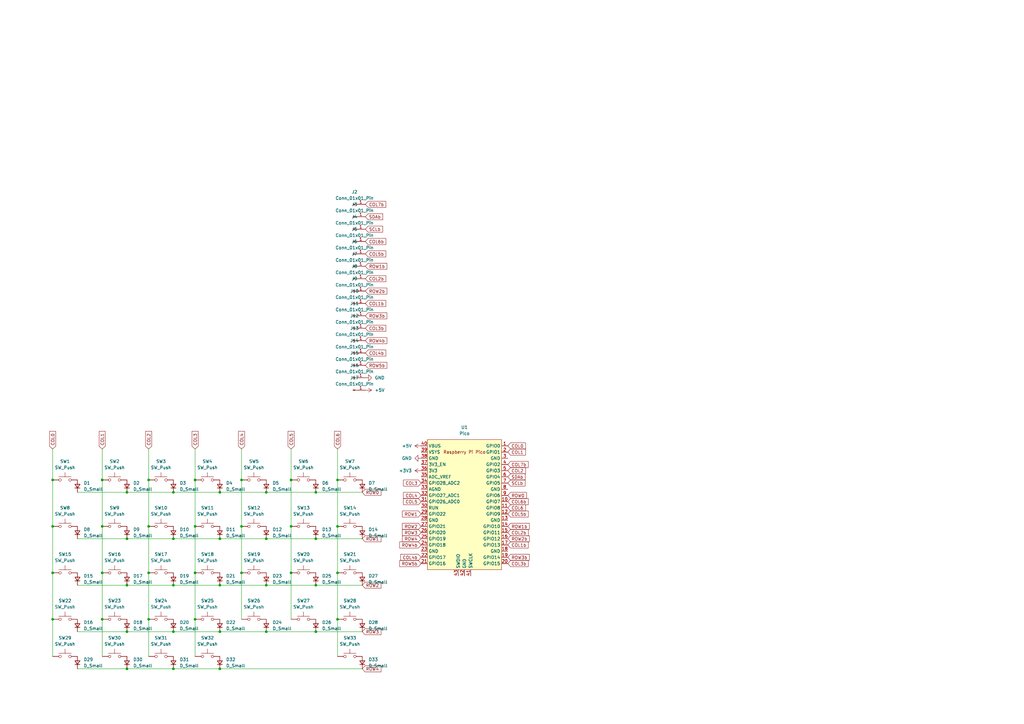
<source format=kicad_sch>
(kicad_sch (version 20250114) (generator "eeschema") (generator_version "9.0")
  (paper "A3")
  (lib_symbols
    (symbol "Connector:Conn_01x01_Pin" (pin_names (offset 1.016) (hide yes))
      (property "Reference" "J" (at 0 2.54 0))
      (property "Value" "Conn_01x01_Pin" (at 0 -2.54 0))
      (symbol "Conn_01x01_Pin_1_1"
        (rectangle (start 0.8636 0.127) (end 0 -0.127) (stroke (width 0.1524)) (fill (type outline)))
        (polyline (pts (xy 1.27 0) (xy 0.8636 0)) (stroke (width 0.1524)))
        (pin passive line (at 5.08 0 180) (length 3.81) (name "Pin_1") (number "1"))
      )
    )
    (symbol "Device:D_Small" (pin_numbers (hide yes)) (pin_names (offset 0.254) (hide yes))
      (property "Reference" "D" (at -1.27 2.032 0))
      (property "Value" "D_Small" (at -3.81 -2.032 0))
      (symbol "D_Small_0_1"
        (polyline (pts (xy -0.762 0) (xy 0.762 0)))
        (polyline (pts (xy -0.762 -1.016) (xy -0.762 1.016)) (stroke (width 0.254)))
        (polyline (pts (xy 0.762 -1.016) (xy -0.762 0) (xy 0.762 1.016) (xy 0.762 -1.016)) (stroke (width 0.254)))
      )
      (symbol "D_Small_1_1"
        (pin passive line (at -2.54 0 0) (length 1.778) (name "K") (number "1"))
        (pin passive line (at 2.54 0 180) (length 1.778) (name "A") (number "2"))
      )
    )
    (symbol "MCU_RaspberryPi_and_Boards:Pico"
      (property "Reference" "U" (at -13.97 27.94 0))
      (property "Value" "Pico" (at 0 19.05 0))
      (symbol "Pico_0_0"
        (text "Raspberry Pi Pico" (at 0 21.59 0) (effects (font (size 1.27 1.27))))
      )
      (symbol "Pico_0_1"
        (rectangle (start -15.24 26.67) (end 15.24 -26.67) (fill (type background)))
      )
      (symbol "Pico_1_1"
        (pin bidirectional line (at -17.78 24.13 0) (length 2.54) (name "GPIO0") (number "1"))
        (pin bidirectional line (at -17.78 21.59 0) (length 2.54) (name "GPIO1") (number "2"))
        (pin power_in line (at -17.78 19.05 0) (length 2.54) (name "GND") (number "3"))
        (pin bidirectional line (at -17.78 16.51 0) (length 2.54) (name "GPIO2") (number "4"))
        (pin bidirectional line (at -17.78 13.97 0) (length 2.54) (name "GPIO3") (number "5"))
        (pin bidirectional line (at -17.78 11.43 0) (length 2.54) (name "GPIO4") (number "6"))
        (pin bidirectional line (at -17.78 8.89 0) (length 2.54) (name "GPIO5") (number "7"))
        (pin power_in line (at -17.78 6.35 0) (length 2.54) (name "GND") (number "8"))
        (pin bidirectional line (at -17.78 3.81 0) (length 2.54) (name "GPIO6") (number "9"))
        (pin bidirectional line (at -17.78 1.27 0) (length 2.54) (name "GPIO7") (number "10"))
        (pin bidirectional line (at -17.78 -1.27 0) (length 2.54) (name "GPIO8") (number "11"))
        (pin bidirectional line (at -17.78 -3.81 0) (length 2.54) (name "GPIO9") (number "12"))
        (pin power_in line (at -17.78 -6.35 0) (length 2.54) (name "GND") (number "13"))
        (pin bidirectional line (at -17.78 -8.89 0) (length 2.54) (name "GPIO10") (number "14"))
        (pin bidirectional line (at -17.78 -11.43 0) (length 2.54) (name "GPIO11") (number "15"))
        (pin bidirectional line (at -17.78 -13.97 0) (length 2.54) (name "GPIO12") (number "16"))
        (pin bidirectional line (at -17.78 -16.51 0) (length 2.54) (name "GPIO13") (number "17"))
        (pin power_in line (at -17.78 -19.05 0) (length 2.54) (name "GND") (number "18"))
        (pin bidirectional line (at -17.78 -21.59 0) (length 2.54) (name "GPIO14") (number "19"))
        (pin bidirectional line (at -17.78 -24.13 0) (length 2.54) (name "GPIO15") (number "20"))
        (pin input line (at -2.54 -29.21 90) (length 2.54) (name "SWCLK") (number "41"))
        (pin power_in line (at 0 -29.21 90) (length 2.54) (name "GND") (number "42"))
        (pin bidirectional line (at 2.54 -29.21 90) (length 2.54) (name "SWDIO") (number "43"))
        (pin power_in line (at 17.78 24.13 180) (length 2.54) (name "VBUS") (number "40"))
        (pin power_in line (at 17.78 21.59 180) (length 2.54) (name "VSYS") (number "39"))
        (pin bidirectional line (at 17.78 19.05 180) (length 2.54) (name "GND") (number "38"))
        (pin input line (at 17.78 16.51 180) (length 2.54) (name "3V3_EN") (number "37"))
        (pin power_in line (at 17.78 13.97 180) (length 2.54) (name "3V3") (number "36"))
        (pin power_in line (at 17.78 11.43 180) (length 2.54) (name "ADC_VREF") (number "35"))
        (pin bidirectional line (at 17.78 8.89 180) (length 2.54) (name "GPIO28_ADC2") (number "34"))
        (pin power_in line (at 17.78 6.35 180) (length 2.54) (name "AGND") (number "33"))
        (pin bidirectional line (at 17.78 3.81 180) (length 2.54) (name "GPIO27_ADC1") (number "32"))
        (pin bidirectional line (at 17.78 1.27 180) (length 2.54) (name "GPIO26_ADC0") (number "31"))
        (pin input line (at 17.78 -1.27 180) (length 2.54) (name "RUN") (number "30"))
        (pin bidirectional line (at 17.78 -3.81 180) (length 2.54) (name "GPIO22") (number "29"))
        (pin power_in line (at 17.78 -6.35 180) (length 2.54) (name "GND") (number "28"))
        (pin bidirectional line (at 17.78 -8.89 180) (length 2.54) (name "GPIO21") (number "27"))
        (pin bidirectional line (at 17.78 -11.43 180) (length 2.54) (name "GPIO20") (number "26"))
        (pin bidirectional line (at 17.78 -13.97 180) (length 2.54) (name "GPIO19") (number "25"))
        (pin bidirectional line (at 17.78 -16.51 180) (length 2.54) (name "GPIO18") (number "24"))
        (pin power_in line (at 17.78 -19.05 180) (length 2.54) (name "GND") (number "23"))
        (pin bidirectional line (at 17.78 -21.59 180) (length 2.54) (name "GPIO17") (number "22"))
        (pin bidirectional line (at 17.78 -24.13 180) (length 2.54) (name "GPIO16") (number "21"))
      )
    )
    (symbol "Switch:SW_Push" (pin_numbers (hide yes)) (pin_names (offset 1.016) (hide yes))
      (property "Reference" "SW" (at 1.27 2.54 0))
      (property "Value" "SW_Push" (at 0 -1.524 0))
      (symbol "SW_Push_0_1"
        (circle (center -2.032 0) (radius 0.508))
        (polyline (pts (xy 0 1.27) (xy 0 3.048)))
        (circle (center 2.032 0) (radius 0.508))
        (polyline (pts (xy 2.54 1.27) (xy -2.54 1.27)))
        (pin passive line (at -5.08 0 0) (length 2.54) (name "1") (number "1"))
        (pin passive line (at 5.08 0 180) (length 2.54) (name "2") (number "2"))
      )
    )
    (symbol "power:+3V3" (power) (pin_numbers (hide yes)) (pin_names (offset 0) (hide yes))
      (property "Value" "+3V3" (at 0 3.556 0))
      (symbol "+3V3_0_1"
        (polyline (pts (xy -0.762 1.27) (xy 0 2.54)))
        (polyline (pts (xy 0 2.54) (xy 0.762 1.27)))
        (polyline (pts (xy 0 0) (xy 0 2.54)))
      )
      (symbol "+3V3_1_1"
        (pin power_in line (at 0 0 90) (length 0) (name "~") (number "1"))
      )
    )
    (symbol "power:+5V" (power) (pin_numbers (hide yes)) (pin_names (offset 0) (hide yes))
      (property "Value" "+5V" (at 0 3.556 0))
      (symbol "+5V_0_1"
        (polyline (pts (xy -0.762 1.27) (xy 0 2.54)))
        (polyline (pts (xy 0 2.54) (xy 0.762 1.27)))
        (polyline (pts (xy 0 0) (xy 0 2.54)))
      )
      (symbol "+5V_1_1"
        (pin power_in line (at 0 0 90) (length 0) (name "~") (number "1"))
      )
    )
    (symbol "power:GND" (power) (pin_numbers (hide yes)) (pin_names (offset 0) (hide yes))
      (property "Value" "GND" (at 0 -3.81 0))
      (symbol "GND_0_1"
        (polyline (pts (xy 0 0) (xy 0 -1.27) (xy 1.27 -1.27) (xy 0 -2.54) (xy -1.27 -1.27) (xy 0 -1.27)))
      )
      (symbol "GND_1_1"
        (pin power_in line (at 0 0 270) (length 0) (name "~") (number "1"))
      )
    )
  )
  (junction (at 52.07 259.08))
  (junction (at 90.17 240.03))
  (junction (at 60.96 234.95))
  (junction (at 71.12 201.93))
  (junction (at 21.59 254))
  (junction (at 109.22 240.03))
  (junction (at 109.22 201.93))
  (junction (at 129.54 240.03))
  (junction (at 41.91 215.9))
  (junction (at 41.91 234.95))
  (junction (at 109.22 220.98))
  (junction (at 138.43 215.9))
  (junction (at 21.59 234.95))
  (junction (at 52.07 201.93))
  (junction (at 109.22 259.08))
  (junction (at 90.17 274.32))
  (junction (at 80.01 215.9))
  (junction (at 99.06 215.9))
  (junction (at 138.43 254))
  (junction (at 52.07 274.32))
  (junction (at 99.06 196.85))
  (junction (at 119.38 215.9))
  (junction (at 119.38 234.95))
  (junction (at 71.12 259.08))
  (junction (at 138.43 234.95))
  (junction (at 80.01 254))
  (junction (at 129.54 259.08))
  (junction (at 60.96 254))
  (junction (at 90.17 220.98))
  (junction (at 99.06 234.95))
  (junction (at 80.01 234.95))
  (junction (at 52.07 220.98))
  (junction (at 21.59 215.9))
  (junction (at 138.43 196.85))
  (junction (at 129.54 201.93))
  (junction (at 129.54 220.98))
  (junction (at 90.17 259.08))
  (junction (at 60.96 215.9))
  (junction (at 41.91 196.85))
  (junction (at 71.12 274.32))
  (junction (at 60.96 196.85))
  (junction (at 41.91 254))
  (junction (at 52.07 240.03))
  (junction (at 71.12 240.03))
  (junction (at 21.59 196.85))
  (junction (at 90.17 201.93))
  (junction (at 119.38 196.85))
  (junction (at 71.12 220.98))
  (junction (at 80.01 196.85))
  (wire (pts (xy 138.43 196.85) (xy 138.43 215.9)))
  (wire (pts (xy 80.01 184.15) (xy 80.01 196.85)))
  (wire (pts (xy 119.38 184.15) (xy 119.38 196.85)))
  (wire (pts (xy 99.06 184.15) (xy 99.06 196.85)))
  (wire (pts (xy 41.91 196.85) (xy 41.91 215.9)))
  (wire (pts (xy 109.22 259.08) (xy 129.54 259.08)))
  (wire (pts (xy 99.06 215.9) (xy 99.06 234.95)))
  (wire (pts (xy 31.75 220.98) (xy 52.07 220.98)))
  (wire (pts (xy 119.38 234.95) (xy 119.38 254)))
  (wire (pts (xy 109.22 220.98) (xy 129.54 220.98)))
  (wire (pts (xy 71.12 259.08) (xy 90.17 259.08)))
  (wire (pts (xy 90.17 259.08) (xy 109.22 259.08)))
  (wire (pts (xy 138.43 234.95) (xy 138.43 254)))
  (wire (pts (xy 41.91 215.9) (xy 41.91 234.95)))
  (wire (pts (xy 90.17 201.93) (xy 109.22 201.93)))
  (wire (pts (xy 52.07 201.93) (xy 71.12 201.93)))
  (wire (pts (xy 71.12 240.03) (xy 90.17 240.03)))
  (wire (pts (xy 109.22 240.03) (xy 129.54 240.03)))
  (wire (pts (xy 60.96 234.95) (xy 60.96 254)))
  (wire (pts (xy 138.43 215.9) (xy 138.43 234.95)))
  (wire (pts (xy 138.43 254) (xy 138.43 269.24)))
  (wire (pts (xy 119.38 215.9) (xy 119.38 234.95)))
  (wire (pts (xy 60.96 215.9) (xy 60.96 234.95)))
  (wire (pts (xy 21.59 184.15) (xy 21.59 196.85)))
  (wire (pts (xy 60.96 196.85) (xy 60.96 215.9)))
  (wire (pts (xy 21.59 196.85) (xy 21.59 215.9)))
  (wire (pts (xy 71.12 220.98) (xy 90.17 220.98)))
  (wire (pts (xy 90.17 220.98) (xy 109.22 220.98)))
  (wire (pts (xy 99.06 234.95) (xy 99.06 254)))
  (wire (pts (xy 80.01 254) (xy 80.01 269.24)))
  (wire (pts (xy 21.59 234.95) (xy 21.59 254)))
  (wire (pts (xy 31.75 201.93) (xy 52.07 201.93)))
  (wire (pts (xy 119.38 196.85) (xy 119.38 215.9)))
  (wire (pts (xy 109.22 201.93) (xy 129.54 201.93)))
  (wire (pts (xy 52.07 274.32) (xy 71.12 274.32)))
  (wire (pts (xy 80.01 234.95) (xy 80.01 254)))
  (wire (pts (xy 90.17 274.32) (xy 148.59 274.32)))
  (wire (pts (xy 31.75 259.08) (xy 52.07 259.08)))
  (wire (pts (xy 80.01 215.9) (xy 80.01 234.95)))
  (wire (pts (xy 21.59 254) (xy 21.59 269.24)))
  (wire (pts (xy 129.54 220.98) (xy 148.59 220.98)))
  (wire (pts (xy 129.54 259.08) (xy 148.59 259.08)))
  (wire (pts (xy 138.43 184.15) (xy 138.43 196.85)))
  (wire (pts (xy 41.91 254) (xy 41.91 269.24)))
  (wire (pts (xy 52.07 240.03) (xy 71.12 240.03)))
  (wire (pts (xy 129.54 240.03) (xy 148.59 240.03)))
  (wire (pts (xy 71.12 201.93) (xy 90.17 201.93)))
  (wire (pts (xy 80.01 196.85) (xy 80.01 215.9)))
  (wire (pts (xy 60.96 184.15) (xy 60.96 196.85)))
  (wire (pts (xy 52.07 220.98) (xy 71.12 220.98)))
  (wire (pts (xy 90.17 240.03) (xy 109.22 240.03)))
  (wire (pts (xy 129.54 201.93) (xy 148.59 201.93)))
  (wire (pts (xy 99.06 196.85) (xy 99.06 215.9)))
  (wire (pts (xy 41.91 184.15) (xy 41.91 196.85)))
  (wire (pts (xy 52.07 259.08) (xy 71.12 259.08)))
  (wire (pts (xy 31.75 240.03) (xy 52.07 240.03)))
  (wire (pts (xy 31.75 274.32) (xy 52.07 274.32)))
  (wire (pts (xy 21.59 215.9) (xy 21.59 234.95)))
  (wire (pts (xy 71.12 274.32) (xy 90.17 274.32)))
  (wire (pts (xy 60.96 254) (xy 60.96 269.24)))
  (wire (pts (xy 41.91 234.95) (xy 41.91 254)))
  (global_label "ROW4" (shape input) (at 172.72 220.98 180) (property "Intersheetrefs" "${INTERSHEET_REFS}" (effects (hide yes))))
  (global_label "ROW3" (shape input) (at 148.59 259.08 0) (property "Intersheetrefs" "${INTERSHEET_REFS}" (effects (hide yes))))
  (global_label "ROW3b" (shape input) (at 149.86 129.54 0) (property "Intersheetrefs" "${INTERSHEET_REFS}" (effects (hide yes))))
  (global_label "COL3b" (shape input) (at 208.28 231.14 0) (property "Intersheetrefs" "${INTERSHEET_REFS}" (effects (hide yes))))
  (global_label "ROW1" (shape input) (at 148.59 220.98 0) (property "Intersheetrefs" "${INTERSHEET_REFS}" (effects (hide yes))))
  (global_label "ROW1b" (shape input) (at 208.28 215.9 0) (property "Intersheetrefs" "${INTERSHEET_REFS}" (effects (hide yes))))
  (global_label "COL2" (shape input) (at 208.28 193.04 0) (property "Intersheetrefs" "${INTERSHEET_REFS}" (effects (hide yes))))
  (global_label "COL0" (shape input) (at 208.28 182.88 0) (property "Intersheetrefs" "${INTERSHEET_REFS}" (effects (hide yes))))
  (global_label "COL4" (shape input) (at 172.72 203.2 180) (property "Intersheetrefs" "${INTERSHEET_REFS}" (effects (hide yes))))
  (global_label "ROW2b" (shape input) (at 149.86 119.38 0) (property "Intersheetrefs" "${INTERSHEET_REFS}" (effects (hide yes))))
  (global_label "COL3" (shape input) (at 80.01 184.15 90) (property "Intersheetrefs" "${INTERSHEET_REFS}" (effects (hide yes))))
  (global_label "COL4" (shape input) (at 99.06 184.15 90) (property "Intersheetrefs" "${INTERSHEET_REFS}" (effects (hide yes))))
  (global_label "COL3b" (shape input) (at 149.86 134.62 0) (property "Intersheetrefs" "${INTERSHEET_REFS}" (effects (hide yes))))
  (global_label "COL4b" (shape input) (at 172.72 228.6 180) (property "Intersheetrefs" "${INTERSHEET_REFS}" (effects (hide yes))))
  (global_label "COL6" (shape input) (at 138.43 184.15 90) (property "Intersheetrefs" "${INTERSHEET_REFS}" (effects (hide yes))))
  (global_label "ROW4b" (shape input) (at 149.86 139.7 0) (property "Intersheetrefs" "${INTERSHEET_REFS}" (effects (hide yes))))
  (global_label "ROW2" (shape input) (at 148.59 240.03 0) (property "Intersheetrefs" "${INTERSHEET_REFS}" (effects (hide yes))))
  (global_label "COL1b" (shape input) (at 149.86 124.46 0) (property "Intersheetrefs" "${INTERSHEET_REFS}" (effects (hide yes))))
  (global_label "COL1b" (shape input) (at 208.28 223.52 0) (property "Intersheetrefs" "${INTERSHEET_REFS}" (effects (hide yes))))
  (global_label "COL2" (shape input) (at 60.96 184.15 90) (property "Intersheetrefs" "${INTERSHEET_REFS}" (effects (hide yes))))
  (global_label "ROW3" (shape input) (at 172.72 218.44 180) (property "Intersheetrefs" "${INTERSHEET_REFS}" (effects (hide yes))))
  (global_label "SDAb" (shape input) (at 149.86 88.9 0) (property "Intersheetrefs" "${INTERSHEET_REFS}" (effects (hide yes))))
  (global_label "COL1" (shape input) (at 41.91 184.15 90) (property "Intersheetrefs" "${INTERSHEET_REFS}" (effects (hide yes))))
  (global_label "ROW1" (shape input) (at 172.72 210.82 180) (property "Intersheetrefs" "${INTERSHEET_REFS}" (effects (hide yes))))
  (global_label "COL5" (shape input) (at 172.72 205.74 180) (property "Intersheetrefs" "${INTERSHEET_REFS}" (effects (hide yes))))
  (global_label "COL7b" (shape input) (at 208.28 190.5 0) (property "Intersheetrefs" "${INTERSHEET_REFS}" (effects (hide yes))))
  (global_label "ROW0" (shape input) (at 148.59 201.93 0) (property "Intersheetrefs" "${INTERSHEET_REFS}" (effects (hide yes))))
  (global_label "COL1" (shape input) (at 208.28 185.42 0) (property "Intersheetrefs" "${INTERSHEET_REFS}" (effects (hide yes))))
  (global_label "SDAb" (shape input) (at 208.28 195.58 0) (property "Intersheetrefs" "${INTERSHEET_REFS}" (effects (hide yes))))
  (global_label "SCLb" (shape input) (at 208.28 198.12 0) (property "Intersheetrefs" "${INTERSHEET_REFS}" (effects (hide yes))))
  (global_label "COL6" (shape input) (at 208.28 208.28 0) (property "Intersheetrefs" "${INTERSHEET_REFS}" (effects (hide yes))))
  (global_label "COL7b" (shape input) (at 149.86 83.82 0) (property "Intersheetrefs" "${INTERSHEET_REFS}" (effects (hide yes))))
  (global_label "COL4b" (shape input) (at 149.86 144.78 0) (property "Intersheetrefs" "${INTERSHEET_REFS}" (effects (hide yes))))
  (global_label "COL2b" (shape input) (at 149.86 114.3 0) (property "Intersheetrefs" "${INTERSHEET_REFS}" (effects (hide yes))))
  (global_label "COL6b" (shape input) (at 208.28 205.74 0) (property "Intersheetrefs" "${INTERSHEET_REFS}" (effects (hide yes))))
  (global_label "COL3" (shape input) (at 172.72 198.12 180) (property "Intersheetrefs" "${INTERSHEET_REFS}" (effects (hide yes))))
  (global_label "ROW4b" (shape input) (at 172.72 223.52 180) (property "Intersheetrefs" "${INTERSHEET_REFS}" (effects (hide yes))))
  (global_label "ROW2b" (shape input) (at 208.28 220.98 0) (property "Intersheetrefs" "${INTERSHEET_REFS}" (effects (hide yes))))
  (global_label "COL6b" (shape input) (at 149.86 99.06 0) (property "Intersheetrefs" "${INTERSHEET_REFS}" (effects (hide yes))))
  (global_label "ROW5b" (shape input) (at 172.72 231.14 180) (property "Intersheetrefs" "${INTERSHEET_REFS}" (effects (hide yes))))
  (global_label "COL5" (shape input) (at 119.38 184.15 90) (property "Intersheetrefs" "${INTERSHEET_REFS}" (effects (hide yes))))
  (global_label "COL5b" (shape input) (at 208.28 210.82 0) (property "Intersheetrefs" "${INTERSHEET_REFS}" (effects (hide yes))))
  (global_label "ROW4" (shape input) (at 148.59 274.32 0) (property "Intersheetrefs" "${INTERSHEET_REFS}" (effects (hide yes))))
  (global_label "COL2b" (shape input) (at 208.28 218.44 0) (property "Intersheetrefs" "${INTERSHEET_REFS}" (effects (hide yes))))
  (global_label "ROW0" (shape input) (at 208.28 203.2 0) (property "Intersheetrefs" "${INTERSHEET_REFS}" (effects (hide yes))))
  (global_label "COL5b" (shape input) (at 149.86 104.14 0) (property "Intersheetrefs" "${INTERSHEET_REFS}" (effects (hide yes))))
  (global_label "COL0" (shape input) (at 21.59 184.15 90) (property "Intersheetrefs" "${INTERSHEET_REFS}" (effects (hide yes))))
  (global_label "ROW1b" (shape input) (at 149.86 109.22 0) (property "Intersheetrefs" "${INTERSHEET_REFS}" (effects (hide yes))))
  (global_label "SCLb" (shape input) (at 149.86 93.98 0) (property "Intersheetrefs" "${INTERSHEET_REFS}" (effects (hide yes))))
  (global_label "ROW3b" (shape input) (at 208.28 228.6 0) (property "Intersheetrefs" "${INTERSHEET_REFS}" (effects (hide yes))))
  (global_label "ROW5b" (shape input) (at 149.86 149.86 0) (property "Intersheetrefs" "${INTERSHEET_REFS}" (effects (hide yes))))
  (global_label "ROW2" (shape input) (at 172.72 215.9 180) (property "Intersheetrefs" "${INTERSHEET_REFS}" (effects (hide yes))))
  (symbol (lib_id "Switch:SW_Push") (at 124.46 196.85 0) (unit 1)
    (property "Reference" "SW6" (at 124.46 189.23 0))
    (property "Value" "SW_Push" (at 124.46 191.77 0))
    (property "Footprint" "Button_Switch_Keyboard:SW_Cherry_MX_1.00u_PCB" (effects (hide yes)))
    (property "Description" "Push button switch, generic, two pins" (effects (hide yes)))
  )
  (symbol (lib_id "Connector:Conn_01x01_Pin") (at 144.78 93.98 0) (unit 1)
    (property "Reference" "J4" (at 145.415 88.9 0))
    (property "Value" "Conn_01x01_Pin" (at 145.415 91.44 0))
    (property "Footprint" "TestPoint:TestPoint_Pad_3.0x3.0mm" (effects (hide yes)))
    (property "Description" "Generic connector, single row, 01x01, script generated" (effects (hide yes)))
  )
  (symbol (lib_id "Switch:SW_Push") (at 143.51 196.85 0) (unit 1)
    (property "Reference" "SW7" (at 143.51 189.23 0))
    (property "Value" "SW_Push" (at 143.51 191.77 0))
    (property "Footprint" "Button_Switch_Keyboard:SW_Cherry_MX_1.00u_PCB" (effects (hide yes)))
    (property "Description" "Push button switch, generic, two pins" (effects (hide yes)))
  )
  (symbol (lib_id "Switch:SW_Push") (at 143.51 254 0) (unit 1)
    (property "Reference" "SW28" (at 143.51 246.38 0))
    (property "Value" "SW_Push" (at 143.51 248.92 0))
    (property "Footprint" "Button_Switch_Keyboard:SW_Cherry_MX_1.00u_PCB" (effects (hide yes)))
    (property "Description" "Push button switch, generic, two pins" (effects (hide yes)))
  )
  (symbol (lib_id "Switch:SW_Push") (at 66.04 196.85 0) (unit 1)
    (property "Reference" "SW3" (at 66.04 189.23 0))
    (property "Value" "SW_Push" (at 66.04 191.77 0))
    (property "Footprint" "Button_Switch_Keyboard:SW_Cherry_MX_1.00u_PCB" (effects (hide yes)))
    (property "Description" "Push button switch, generic, two pins" (effects (hide yes)))
  )
  (symbol (lib_id "Device:D_Small") (at 71.12 237.49 90) (unit 1)
    (property "Reference" "D19" (at 73.66 236.2199 90) (effects (justify right)))
    (property "Value" "D_Small" (at 73.66 238.7599 90) (effects (justify right)))
    (property "Footprint" "Diode_THT:D_DO-35_SOD27_P7.62mm_Horizontal" (effects (hide yes)))
    (property "Description" "Diode, small symbol" (effects (hide yes)))
    (property "Sim.Device" "D" (effects (hide yes)))
    (property "Sim.Pins" "1=K 2=A" (effects (hide yes)))
  )
  (symbol (lib_id "Device:D_Small") (at 90.17 256.54 90) (unit 1)
    (property "Reference" "D22" (at 92.71 255.2699 90) (effects (justify right)))
    (property "Value" "D_Small" (at 92.71 257.8099 90) (effects (justify right)))
    (property "Footprint" "Diode_THT:D_DO-35_SOD27_P7.62mm_Horizontal" (effects (hide yes)))
    (property "Description" "Diode, small symbol" (effects (hide yes)))
    (property "Sim.Device" "D" (effects (hide yes)))
    (property "Sim.Pins" "1=K 2=A" (effects (hide yes)))
  )
  (symbol (lib_id "power:GND") (at 172.72 187.96 270) (unit 1)
    (property "Reference" "#PWR02" (effects (hide yes)))
    (property "Value" "GND" (at 168.91 187.9599 90) (effects (justify right)))
    (property "Description" "Power symbol creates a global label with name \"GND\" , ground" (effects (hide yes)))
  )
  (symbol (lib_id "Device:D_Small") (at 148.59 199.39 90) (unit 1)
    (property "Reference" "D7" (at 151.13 198.1199 90) (effects (justify right)))
    (property "Value" "D_Small" (at 151.13 200.6599 90) (effects (justify right)))
    (property "Footprint" "Diode_THT:D_DO-35_SOD27_P7.62mm_Horizontal" (effects (hide yes)))
    (property "Description" "Diode, small symbol" (effects (hide yes)))
    (property "Sim.Device" "D" (effects (hide yes)))
    (property "Sim.Pins" "1=K 2=A" (effects (hide yes)))
  )
  (symbol (lib_id "Switch:SW_Push") (at 66.04 269.24 0) (unit 1)
    (property "Reference" "SW31" (at 66.04 261.62 0))
    (property "Value" "SW_Push" (at 66.04 264.16 0))
    (property "Footprint" "Button_Switch_Keyboard:SW_Cherry_MX_1.00u_PCB" (effects (hide yes)))
    (property "Description" "Push button switch, generic, two pins" (effects (hide yes)))
  )
  (symbol (lib_id "Connector:Conn_01x01_Pin") (at 144.78 154.94 0) (unit 1)
    (property "Reference" "J16" (at 145.415 149.86 0))
    (property "Value" "Conn_01x01_Pin" (at 145.415 152.4 0))
    (property "Footprint" "TestPoint:TestPoint_Pad_3.0x3.0mm" (effects (hide yes)))
    (property "Description" "Generic connector, single row, 01x01, script generated" (effects (hide yes)))
  )
  (symbol (lib_id "Switch:SW_Push") (at 26.67 269.24 0) (unit 1)
    (property "Reference" "SW29" (at 26.67 261.62 0))
    (property "Value" "SW_Push" (at 26.67 264.16 0))
    (property "Footprint" "Button_Switch_Keyboard:SW_Cherry_MX_1.00u_PCB" (effects (hide yes)))
    (property "Description" "Push button switch, generic, two pins" (effects (hide yes)))
  )
  (symbol (lib_id "Connector:Conn_01x01_Pin") (at 144.78 144.78 0) (unit 1)
    (property "Reference" "J14" (at 145.415 139.7 0))
    (property "Value" "Conn_01x01_Pin" (at 145.415 142.24 0))
    (property "Footprint" "TestPoint:TestPoint_Pad_3.0x3.0mm" (effects (hide yes)))
    (property "Description" "Generic connector, single row, 01x01, script generated" (effects (hide yes)))
  )
  (symbol (lib_id "Connector:Conn_01x01_Pin") (at 144.78 149.86 0) (unit 1)
    (property "Reference" "J15" (at 145.415 144.78 0))
    (property "Value" "Conn_01x01_Pin" (at 145.415 147.32 0))
    (property "Footprint" "TestPoint:TestPoint_Pad_3.0x3.0mm" (effects (hide yes)))
    (property "Description" "Generic connector, single row, 01x01, script generated" (effects (hide yes)))
  )
  (symbol (lib_id "Connector:Conn_01x01_Pin") (at 144.78 134.62 0) (unit 1)
    (property "Reference" "J12" (at 145.415 129.54 0))
    (property "Value" "Conn_01x01_Pin" (at 145.415 132.08 0))
    (property "Footprint" "TestPoint:TestPoint_Pad_3.0x3.0mm" (effects (hide yes)))
    (property "Description" "Generic connector, single row, 01x01, script generated" (effects (hide yes)))
  )
  (symbol (lib_id "Switch:SW_Push") (at 85.09 215.9 0) (unit 1)
    (property "Reference" "SW11" (at 85.09 208.28 0))
    (property "Value" "SW_Push" (at 85.09 210.82 0))
    (property "Footprint" "Button_Switch_Keyboard:SW_Cherry_MX_1.00u_PCB" (effects (hide yes)))
    (property "Description" "Push button switch, generic, two pins" (effects (hide yes)))
  )
  (symbol (lib_id "Device:D_Small") (at 90.17 218.44 90) (unit 1)
    (property "Reference" "D11" (at 92.71 217.1699 90) (effects (justify right)))
    (property "Value" "D_Small" (at 92.71 219.7099 90) (effects (justify right)))
    (property "Footprint" "Diode_THT:D_DO-35_SOD27_P7.62mm_Horizontal" (effects (hide yes)))
    (property "Description" "Diode, small symbol" (effects (hide yes)))
    (property "Sim.Device" "D" (effects (hide yes)))
    (property "Sim.Pins" "1=K 2=A" (effects (hide yes)))
  )
  (symbol (lib_id "Switch:SW_Push") (at 26.67 254 0) (unit 1)
    (property "Reference" "SW22" (at 26.67 246.38 0))
    (property "Value" "SW_Push" (at 26.67 248.92 0))
    (property "Footprint" "Button_Switch_Keyboard:SW_Cherry_MX_1.00u_PCB" (effects (hide yes)))
    (property "Description" "Push button switch, generic, two pins" (effects (hide yes)))
  )
  (symbol (lib_id "Switch:SW_Push") (at 124.46 254 0) (unit 1)
    (property "Reference" "SW27" (at 124.46 246.38 0))
    (property "Value" "SW_Push" (at 124.46 248.92 0))
    (property "Footprint" "Button_Switch_Keyboard:SW_Cherry_MX_1.00u_PCB" (effects (hide yes)))
    (property "Description" "Push button switch, generic, two pins" (effects (hide yes)))
  )
  (symbol (lib_id "Switch:SW_Push") (at 104.14 196.85 0) (unit 1)
    (property "Reference" "SW5" (at 104.14 189.23 0))
    (property "Value" "SW_Push" (at 104.14 191.77 0))
    (property "Footprint" "Button_Switch_Keyboard:SW_Cherry_MX_1.00u_PCB" (effects (hide yes)))
    (property "Description" "Push button switch, generic, two pins" (effects (hide yes)))
  )
  (symbol (lib_id "Connector:Conn_01x01_Pin") (at 144.78 83.82 0) (unit 1)
    (property "Reference" "J2" (at 145.415 78.74 0))
    (property "Value" "Conn_01x01_Pin" (at 145.415 81.28 0))
    (property "Footprint" "TestPoint:TestPoint_Pad_3.0x3.0mm" (effects (hide yes)))
    (property "Description" "Generic connector, single row, 01x01, script generated" (effects (hide yes)))
  )
  (symbol (lib_id "Device:D_Small") (at 148.59 237.49 90) (unit 1)
    (property "Reference" "D27" (at 151.13 236.2199 90) (effects (justify right)))
    (property "Value" "D_Small" (at 151.13 238.7599 90) (effects (justify right)))
    (property "Footprint" "Diode_THT:D_DO-35_SOD27_P7.62mm_Horizontal" (effects (hide yes)))
    (property "Description" "Diode, small symbol" (effects (hide yes)))
    (property "Sim.Device" "D" (effects (hide yes)))
    (property "Sim.Pins" "1=K 2=A" (effects (hide yes)))
  )
  (symbol (lib_id "Connector:Conn_01x01_Pin") (at 144.78 160.02 0) (unit 1)
    (property "Reference" "J17" (at 145.415 154.94 0))
    (property "Value" "Conn_01x01_Pin" (at 145.415 157.48 0))
    (property "Footprint" "TestPoint:TestPoint_Pad_3.0x3.0mm" (effects (hide yes)))
    (property "Description" "Generic connector, single row, 01x01, script generated" (effects (hide yes)))
  )
  (symbol (lib_id "Device:D_Small") (at 148.59 218.44 90) (unit 1)
    (property "Reference" "D14" (at 151.13 217.1699 90) (effects (justify right)))
    (property "Value" "D_Small" (at 151.13 219.7099 90) (effects (justify right)))
    (property "Footprint" "Diode_THT:D_DO-35_SOD27_P7.62mm_Horizontal" (effects (hide yes)))
    (property "Description" "Diode, small symbol" (effects (hide yes)))
    (property "Sim.Device" "D" (effects (hide yes)))
    (property "Sim.Pins" "1=K 2=A" (effects (hide yes)))
  )
  (symbol (lib_id "Switch:SW_Push") (at 46.99 234.95 0) (unit 1)
    (property "Reference" "SW16" (at 46.99 227.33 0))
    (property "Value" "SW_Push" (at 46.99 229.87 0))
    (property "Footprint" "Button_Switch_Keyboard:SW_Cherry_MX_1.00u_PCB" (effects (hide yes)))
    (property "Description" "Push button switch, generic, two pins" (effects (hide yes)))
  )
  (symbol (lib_id "Connector:Conn_01x01_Pin") (at 144.78 99.06 0) (unit 1)
    (property "Reference" "J5" (at 145.415 93.98 0))
    (property "Value" "Conn_01x01_Pin" (at 145.415 96.52 0))
    (property "Footprint" "TestPoint:TestPoint_Pad_3.0x3.0mm" (effects (hide yes)))
    (property "Description" "Generic connector, single row, 01x01, script generated" (effects (hide yes)))
  )
  (symbol (lib_id "Device:D_Small") (at 129.54 237.49 90) (unit 1)
    (property "Reference" "D25" (at 132.08 236.2199 90) (effects (justify right)))
    (property "Value" "D_Small" (at 132.08 238.7599 90) (effects (justify right)))
    (property "Footprint" "Diode_THT:D_DO-35_SOD27_P7.62mm_Horizontal" (effects (hide yes)))
    (property "Description" "Diode, small symbol" (effects (hide yes)))
    (property "Sim.Device" "D" (effects (hide yes)))
    (property "Sim.Pins" "1=K 2=A" (effects (hide yes)))
  )
  (symbol (lib_id "Device:D_Small") (at 52.07 237.49 90) (unit 1)
    (property "Reference" "D17" (at 54.61 236.2199 90) (effects (justify right)))
    (property "Value" "D_Small" (at 54.61 238.7599 90) (effects (justify right)))
    (property "Footprint" "Diode_THT:D_DO-35_SOD27_P7.62mm_Horizontal" (effects (hide yes)))
    (property "Description" "Diode, small symbol" (effects (hide yes)))
    (property "Sim.Device" "D" (effects (hide yes)))
    (property "Sim.Pins" "1=K 2=A" (effects (hide yes)))
  )
  (symbol (lib_id "Connector:Conn_01x01_Pin") (at 144.78 129.54 0) (unit 1)
    (property "Reference" "J11" (at 145.415 124.46 0))
    (property "Value" "Conn_01x01_Pin" (at 145.415 127 0))
    (property "Footprint" "TestPoint:TestPoint_Pad_3.0x3.0mm" (effects (hide yes)))
    (property "Description" "Generic connector, single row, 01x01, script generated" (effects (hide yes)))
  )
  (symbol (lib_id "Device:D_Small") (at 52.07 256.54 90) (unit 1)
    (property "Reference" "D18" (at 54.61 255.2699 90) (effects (justify right)))
    (property "Value" "D_Small" (at 54.61 257.8099 90) (effects (justify right)))
    (property "Footprint" "Diode_THT:D_DO-35_SOD27_P7.62mm_Horizontal" (effects (hide yes)))
    (property "Description" "Diode, small symbol" (effects (hide yes)))
    (property "Sim.Device" "D" (effects (hide yes)))
    (property "Sim.Pins" "1=K 2=A" (effects (hide yes)))
  )
  (symbol (lib_id "Connector:Conn_01x01_Pin") (at 144.78 109.22 0) (unit 1)
    (property "Reference" "J7" (at 145.415 104.14 0))
    (property "Value" "Conn_01x01_Pin" (at 145.415 106.68 0))
    (property "Footprint" "TestPoint:TestPoint_Pad_3.0x3.0mm" (effects (hide yes)))
    (property "Description" "Generic connector, single row, 01x01, script generated" (effects (hide yes)))
  )
  (symbol (lib_id "Switch:SW_Push") (at 26.67 234.95 0) (unit 1)
    (property "Reference" "SW15" (at 26.67 227.33 0))
    (property "Value" "SW_Push" (at 26.67 229.87 0))
    (property "Footprint" "Button_Switch_Keyboard:SW_Cherry_MX_1.00u_PCB" (effects (hide yes)))
    (property "Description" "Push button switch, generic, two pins" (effects (hide yes)))
  )
  (symbol (lib_id "Switch:SW_Push") (at 104.14 215.9 0) (unit 1)
    (property "Reference" "SW12" (at 104.14 208.28 0))
    (property "Value" "SW_Push" (at 104.14 210.82 0))
    (property "Footprint" "Button_Switch_Keyboard:SW_Cherry_MX_1.00u_PCB" (effects (hide yes)))
    (property "Description" "Push button switch, generic, two pins" (effects (hide yes)))
  )
  (symbol (lib_id "Device:D_Small") (at 129.54 256.54 90) (unit 1)
    (property "Reference" "D26" (at 132.08 255.2699 90) (effects (justify right)))
    (property "Value" "D_Small" (at 132.08 257.8099 90) (effects (justify right)))
    (property "Footprint" "Diode_THT:D_DO-35_SOD27_P7.62mm_Horizontal" (effects (hide yes)))
    (property "Description" "Diode, small symbol" (effects (hide yes)))
    (property "Sim.Device" "D" (effects (hide yes)))
    (property "Sim.Pins" "1=K 2=A" (effects (hide yes)))
  )
  (symbol (lib_id "Device:D_Small") (at 90.17 271.78 90) (unit 1)
    (property "Reference" "D32" (at 92.71 270.5099 90) (effects (justify right)))
    (property "Value" "D_Small" (at 92.71 273.0499 90) (effects (justify right)))
    (property "Footprint" "Diode_THT:D_DO-35_SOD27_P7.62mm_Horizontal" (effects (hide yes)))
    (property "Description" "Diode, small symbol" (effects (hide yes)))
    (property "Sim.Device" "D" (effects (hide yes)))
    (property "Sim.Pins" "1=K 2=A" (effects (hide yes)))
  )
  (symbol (lib_id "Switch:SW_Push") (at 143.51 215.9 0) (unit 1)
    (property "Reference" "SW14" (at 143.51 208.28 0))
    (property "Value" "SW_Push" (at 143.51 210.82 0))
    (property "Footprint" "Button_Switch_Keyboard:SW_Cherry_MX_1.00u_PCB" (effects (hide yes)))
    (property "Description" "Push button switch, generic, two pins" (effects (hide yes)))
  )
  (symbol (lib_id "Device:D_Small") (at 109.22 256.54 90) (unit 1)
    (property "Reference" "D24" (at 111.76 255.2699 90) (effects (justify right)))
    (property "Value" "D_Small" (at 111.76 257.8099 90) (effects (justify right)))
    (property "Footprint" "Diode_THT:D_DO-35_SOD27_P7.62mm_Horizontal" (effects (hide yes)))
    (property "Description" "Diode, small symbol" (effects (hide yes)))
    (property "Sim.Device" "D" (effects (hide yes)))
    (property "Sim.Pins" "1=K 2=A" (effects (hide yes)))
  )
  (symbol (lib_id "Switch:SW_Push") (at 46.99 269.24 0) (unit 1)
    (property "Reference" "SW30" (at 46.99 261.62 0))
    (property "Value" "SW_Push" (at 46.99 264.16 0))
    (property "Footprint" "Button_Switch_Keyboard:SW_Cherry_MX_1.00u_PCB" (effects (hide yes)))
    (property "Description" "Push button switch, generic, two pins" (effects (hide yes)))
  )
  (symbol (lib_id "Device:D_Small") (at 129.54 199.39 90) (unit 1)
    (property "Reference" "D6" (at 132.08 198.1199 90) (effects (justify right)))
    (property "Value" "D_Small" (at 132.08 200.6599 90) (effects (justify right)))
    (property "Footprint" "Diode_THT:D_DO-35_SOD27_P7.62mm_Horizontal" (effects (hide yes)))
    (property "Description" "Diode, small symbol" (effects (hide yes)))
    (property "Sim.Device" "D" (effects (hide yes)))
    (property "Sim.Pins" "1=K 2=A" (effects (hide yes)))
  )
  (symbol (lib_id "Device:D_Small") (at 52.07 199.39 90) (unit 1)
    (property "Reference" "D2" (at 54.61 198.1199 90) (effects (justify right)))
    (property "Value" "D_Small" (at 54.61 200.6599 90) (effects (justify right)))
    (property "Footprint" "Diode_THT:D_DO-35_SOD27_P7.62mm_Horizontal" (effects (hide yes)))
    (property "Description" "Diode, small symbol" (effects (hide yes)))
    (property "Sim.Device" "D" (effects (hide yes)))
    (property "Sim.Pins" "1=K 2=A" (effects (hide yes)))
  )
  (symbol (lib_id "Device:D_Small") (at 31.75 271.78 90) (unit 1)
    (property "Reference" "D29" (at 34.29 270.5099 90) (effects (justify right)))
    (property "Value" "D_Small" (at 34.29 273.0499 90) (effects (justify right)))
    (property "Footprint" "Diode_THT:D_DO-35_SOD27_P7.62mm_Horizontal" (effects (hide yes)))
    (property "Description" "Diode, small symbol" (effects (hide yes)))
    (property "Sim.Device" "D" (effects (hide yes)))
    (property "Sim.Pins" "1=K 2=A" (effects (hide yes)))
  )
  (symbol (lib_id "Device:D_Small") (at 148.59 256.54 90) (unit 1)
    (property "Reference" "D28" (at 151.13 255.2699 90) (effects (justify right)))
    (property "Value" "D_Small" (at 151.13 257.8099 90) (effects (justify right)))
    (property "Footprint" "Diode_THT:D_DO-35_SOD27_P7.62mm_Horizontal" (effects (hide yes)))
    (property "Description" "Diode, small symbol" (effects (hide yes)))
    (property "Sim.Device" "D" (effects (hide yes)))
    (property "Sim.Pins" "1=K 2=A" (effects (hide yes)))
  )
  (symbol (lib_id "Connector:Conn_01x01_Pin") (at 144.78 88.9 0) (unit 1)
    (property "Reference" "J3" (at 145.415 83.82 0))
    (property "Value" "Conn_01x01_Pin" (at 145.415 86.36 0))
    (property "Footprint" "TestPoint:TestPoint_Pad_3.0x3.0mm" (effects (hide yes)))
    (property "Description" "Generic connector, single row, 01x01, script generated" (effects (hide yes)))
  )
  (symbol (lib_id "Device:D_Small") (at 109.22 199.39 90) (unit 1)
    (property "Reference" "D5" (at 111.76 198.1199 90) (effects (justify right)))
    (property "Value" "D_Small" (at 111.76 200.6599 90) (effects (justify right)))
    (property "Footprint" "Diode_THT:D_DO-35_SOD27_P7.62mm_Horizontal" (effects (hide yes)))
    (property "Description" "Diode, small symbol" (effects (hide yes)))
    (property "Sim.Device" "D" (effects (hide yes)))
    (property "Sim.Pins" "1=K 2=A" (effects (hide yes)))
  )
  (symbol (lib_id "Device:D_Small") (at 71.12 218.44 90) (unit 1)
    (property "Reference" "D10" (at 73.66 217.1699 90) (effects (justify right)))
    (property "Value" "D_Small" (at 73.66 219.7099 90) (effects (justify right)))
    (property "Footprint" "Diode_THT:D_DO-35_SOD27_P7.62mm_Horizontal" (effects (hide yes)))
    (property "Description" "Diode, small symbol" (effects (hide yes)))
    (property "Sim.Device" "D" (effects (hide yes)))
    (property "Sim.Pins" "1=K 2=A" (effects (hide yes)))
  )
  (symbol (lib_id "Device:D_Small") (at 52.07 218.44 90) (unit 1)
    (property "Reference" "D9" (at 54.61 217.1699 90) (effects (justify right)))
    (property "Value" "D_Small" (at 54.61 219.7099 90) (effects (justify right)))
    (property "Footprint" "Diode_THT:D_DO-35_SOD27_P7.62mm_Horizontal" (effects (hide yes)))
    (property "Description" "Diode, small symbol" (effects (hide yes)))
    (property "Sim.Device" "D" (effects (hide yes)))
    (property "Sim.Pins" "1=K 2=A" (effects (hide yes)))
  )
  (symbol (lib_id "Switch:SW_Push") (at 46.99 215.9 0) (unit 1)
    (property "Reference" "SW9" (at 46.99 208.28 0))
    (property "Value" "SW_Push" (at 46.99 210.82 0))
    (property "Footprint" "Button_Switch_Keyboard:SW_Cherry_MX_1.00u_PCB" (effects (hide yes)))
    (property "Description" "Push button switch, generic, two pins" (effects (hide yes)))
  )
  (symbol (lib_id "Switch:SW_Push") (at 66.04 254 0) (unit 1)
    (property "Reference" "SW24" (at 66.04 246.38 0))
    (property "Value" "SW_Push" (at 66.04 248.92 0))
    (property "Footprint" "Button_Switch_Keyboard:SW_Cherry_MX_1.00u_PCB" (effects (hide yes)))
    (property "Description" "Push button switch, generic, two pins" (effects (hide yes)))
  )
  (symbol (lib_id "power:GND") (at 149.86 154.94 90) (unit 1)
    (property "Reference" "#PWR05" (effects (hide yes)))
    (property "Value" "GND" (at 153.67 154.9399 90) (effects (justify right)))
    (property "Description" "Power symbol creates a global label with name \"GND\" , ground" (effects (hide yes)))
  )
  (symbol (lib_id "Switch:SW_Push") (at 104.14 234.95 0) (unit 1)
    (property "Reference" "SW19" (at 104.14 227.33 0))
    (property "Value" "SW_Push" (at 104.14 229.87 0))
    (property "Footprint" "Button_Switch_Keyboard:SW_Cherry_MX_1.00u_PCB" (effects (hide yes)))
    (property "Description" "Push button switch, generic, two pins" (effects (hide yes)))
  )
  (symbol (lib_id "MCU_RaspberryPi_and_Boards:Pico") (at 190.5 207.01 0) (mirror y) (unit 1)
    (property "Reference" "U1" (at 190.5 175.26 0))
    (property "Value" "Pico" (at 190.5 177.8 0))
    (property "Footprint" "Taranium-libs:RPi_Pico_SMD_TH" (effects (hide yes)))
  )
  (symbol (lib_id "Switch:SW_Push") (at 124.46 234.95 0) (unit 1)
    (property "Reference" "SW20" (at 124.46 227.33 0))
    (property "Value" "SW_Push" (at 124.46 229.87 0))
    (property "Footprint" "Button_Switch_Keyboard:SW_Cherry_MX_1.00u_PCB" (effects (hide yes)))
    (property "Description" "Push button switch, generic, two pins" (effects (hide yes)))
  )
  (symbol (lib_id "Switch:SW_Push") (at 85.09 234.95 0) (unit 1)
    (property "Reference" "SW18" (at 85.09 227.33 0))
    (property "Value" "SW_Push" (at 85.09 229.87 0))
    (property "Footprint" "Button_Switch_Keyboard:SW_Cherry_MX_1.00u_PCB" (effects (hide yes)))
    (property "Description" "Push button switch, generic, two pins" (effects (hide yes)))
  )
  (symbol (lib_id "Device:D_Small") (at 71.12 271.78 90) (unit 1)
    (property "Reference" "D31" (at 73.66 270.5099 90) (effects (justify right)))
    (property "Value" "D_Small" (at 73.66 273.0499 90) (effects (justify right)))
    (property "Footprint" "Diode_THT:D_DO-35_SOD27_P7.62mm_Horizontal" (effects (hide yes)))
    (property "Description" "Diode, small symbol" (effects (hide yes)))
    (property "Sim.Device" "D" (effects (hide yes)))
    (property "Sim.Pins" "1=K 2=A" (effects (hide yes)))
  )
  (symbol (lib_id "Switch:SW_Push") (at 104.14 254 0) (unit 1)
    (property "Reference" "SW26" (at 104.14 246.38 0))
    (property "Value" "SW_Push" (at 104.14 248.92 0))
    (property "Footprint" "Button_Switch_Keyboard:SW_Cherry_MX_1.00u_PCB" (effects (hide yes)))
    (property "Description" "Push button switch, generic, two pins" (effects (hide yes)))
  )
  (symbol (lib_id "Switch:SW_Push") (at 143.51 269.24 0) (unit 1)
    (property "Reference" "SW33" (at 143.51 261.62 0))
    (property "Value" "SW_Push" (at 143.51 264.16 0))
    (property "Footprint" "Button_Switch_Keyboard:SW_Cherry_MX_2.00u_PCB" (effects (hide yes)))
    (property "Description" "Push button switch, generic, two pins" (effects (hide yes)))
  )
  (symbol (lib_id "Switch:SW_Push") (at 124.46 215.9 0) (unit 1)
    (property "Reference" "SW13" (at 124.46 208.28 0))
    (property "Value" "SW_Push" (at 124.46 210.82 0))
    (property "Footprint" "Button_Switch_Keyboard:SW_Cherry_MX_1.00u_PCB" (effects (hide yes)))
    (property "Description" "Push button switch, generic, two pins" (effects (hide yes)))
  )
  (symbol (lib_id "Switch:SW_Push") (at 66.04 215.9 0) (unit 1)
    (property "Reference" "SW10" (at 66.04 208.28 0))
    (property "Value" "SW_Push" (at 66.04 210.82 0))
    (property "Footprint" "Button_Switch_Keyboard:SW_Cherry_MX_1.00u_PCB" (effects (hide yes)))
    (property "Description" "Push button switch, generic, two pins" (effects (hide yes)))
  )
  (symbol (lib_id "Switch:SW_Push") (at 66.04 234.95 0) (unit 1)
    (property "Reference" "SW17" (at 66.04 227.33 0))
    (property "Value" "SW_Push" (at 66.04 229.87 0))
    (property "Footprint" "Button_Switch_Keyboard:SW_Cherry_MX_1.00u_PCB" (effects (hide yes)))
    (property "Description" "Push button switch, generic, two pins" (effects (hide yes)))
  )
  (symbol (lib_id "Device:D_Small") (at 109.22 218.44 90) (unit 1)
    (property "Reference" "D12" (at 111.76 217.1699 90) (effects (justify right)))
    (property "Value" "D_Small" (at 111.76 219.7099 90) (effects (justify right)))
    (property "Footprint" "Diode_THT:D_DO-35_SOD27_P7.62mm_Horizontal" (effects (hide yes)))
    (property "Description" "Diode, small symbol" (effects (hide yes)))
    (property "Sim.Device" "D" (effects (hide yes)))
    (property "Sim.Pins" "1=K 2=A" (effects (hide yes)))
  )
  (symbol (lib_id "Device:D_Small") (at 31.75 218.44 90) (unit 1)
    (property "Reference" "D8" (at 34.29 217.1699 90) (effects (justify right)))
    (property "Value" "D_Small" (at 34.29 219.7099 90) (effects (justify right)))
    (property "Footprint" "Diode_THT:D_DO-35_SOD27_P7.62mm_Horizontal" (effects (hide yes)))
    (property "Description" "Diode, small symbol" (effects (hide yes)))
    (property "Sim.Device" "D" (effects (hide yes)))
    (property "Sim.Pins" "1=K 2=A" (effects (hide yes)))
  )
  (symbol (lib_id "Switch:SW_Push") (at 143.51 234.95 0) (unit 1)
    (property "Reference" "SW21" (at 143.51 227.33 0))
    (property "Value" "SW_Push" (at 143.51 229.87 0))
    (property "Footprint" "Button_Switch_Keyboard:SW_Cherry_MX_1.00u_PCB" (effects (hide yes)))
    (property "Description" "Push button switch, generic, two pins" (effects (hide yes)))
  )
  (symbol (lib_id "Connector:Conn_01x01_Pin") (at 144.78 119.38 0) (unit 1)
    (property "Reference" "J9" (at 145.415 114.3 0))
    (property "Value" "Conn_01x01_Pin" (at 145.415 116.84 0))
    (property "Footprint" "TestPoint:TestPoint_Pad_3.0x3.0mm" (effects (hide yes)))
    (property "Description" "Generic connector, single row, 01x01, script generated" (effects (hide yes)))
  )
  (symbol (lib_id "Device:D_Small") (at 71.12 199.39 90) (unit 1)
    (property "Reference" "D3" (at 73.66 198.1199 90) (effects (justify right)))
    (property "Value" "D_Small" (at 73.66 200.6599 90) (effects (justify right)))
    (property "Footprint" "Diode_THT:D_DO-35_SOD27_P7.62mm_Horizontal" (effects (hide yes)))
    (property "Description" "Diode, small symbol" (effects (hide yes)))
    (property "Sim.Device" "D" (effects (hide yes)))
    (property "Sim.Pins" "1=K 2=A" (effects (hide yes)))
  )
  (symbol (lib_id "Device:D_Small") (at 109.22 237.49 90) (unit 1)
    (property "Reference" "D23" (at 111.76 236.2199 90) (effects (justify right)))
    (property "Value" "D_Small" (at 111.76 238.7599 90) (effects (justify right)))
    (property "Footprint" "Diode_THT:D_DO-35_SOD27_P7.62mm_Horizontal" (effects (hide yes)))
    (property "Description" "Diode, small symbol" (effects (hide yes)))
    (property "Sim.Device" "D" (effects (hide yes)))
    (property "Sim.Pins" "1=K 2=A" (effects (hide yes)))
  )
  (symbol (lib_id "Connector:Conn_01x01_Pin") (at 144.78 124.46 0) (unit 1)
    (property "Reference" "J10" (at 145.415 119.38 0))
    (property "Value" "Conn_01x01_Pin" (at 145.415 121.92 0))
    (property "Footprint" "TestPoint:TestPoint_Pad_3.0x3.0mm" (effects (hide yes)))
    (property "Description" "Generic connector, single row, 01x01, script generated" (effects (hide yes)))
  )
  (symbol (lib_id "Device:D_Small") (at 71.12 256.54 90) (unit 1)
    (property "Reference" "D20" (at 73.66 255.2699 90) (effects (justify right)))
    (property "Value" "D_Small" (at 73.66 257.8099 90) (effects (justify right)))
    (property "Footprint" "Diode_THT:D_DO-35_SOD27_P7.62mm_Horizontal" (effects (hide yes)))
    (property "Description" "Diode, small symbol" (effects (hide yes)))
    (property "Sim.Device" "D" (effects (hide yes)))
    (property "Sim.Pins" "1=K 2=A" (effects (hide yes)))
  )
  (symbol (lib_id "Device:D_Small") (at 52.07 271.78 90) (unit 1)
    (property "Reference" "D30" (at 54.61 270.5099 90) (effects (justify right)))
    (property "Value" "D_Small" (at 54.61 273.0499 90) (effects (justify right)))
    (property "Footprint" "Diode_THT:D_DO-35_SOD27_P7.62mm_Horizontal" (effects (hide yes)))
    (property "Description" "Diode, small symbol" (effects (hide yes)))
    (property "Sim.Device" "D" (effects (hide yes)))
    (property "Sim.Pins" "1=K 2=A" (effects (hide yes)))
  )
  (symbol (lib_id "Device:D_Small") (at 90.17 237.49 90) (unit 1)
    (property "Reference" "D21" (at 92.71 236.2199 90) (effects (justify right)))
    (property "Value" "D_Small" (at 92.71 238.7599 90) (effects (justify right)))
    (property "Footprint" "Diode_THT:D_DO-35_SOD27_P7.62mm_Horizontal" (effects (hide yes)))
    (property "Description" "Diode, small symbol" (effects (hide yes)))
    (property "Sim.Device" "D" (effects (hide yes)))
    (property "Sim.Pins" "1=K 2=A" (effects (hide yes)))
  )
  (symbol (lib_id "Device:D_Small") (at 90.17 199.39 90) (unit 1)
    (property "Reference" "D4" (at 92.71 198.1199 90) (effects (justify right)))
    (property "Value" "D_Small" (at 92.71 200.6599 90) (effects (justify right)))
    (property "Footprint" "Diode_THT:D_DO-35_SOD27_P7.62mm_Horizontal" (effects (hide yes)))
    (property "Description" "Diode, small symbol" (effects (hide yes)))
    (property "Sim.Device" "D" (effects (hide yes)))
    (property "Sim.Pins" "1=K 2=A" (effects (hide yes)))
  )
  (symbol (lib_id "Device:D_Small") (at 31.75 199.39 90) (unit 1)
    (property "Reference" "D1" (at 34.29 198.1199 90) (effects (justify right)))
    (property "Value" "D_Small" (at 34.29 200.6599 90) (effects (justify right)))
    (property "Footprint" "Diode_THT:D_DO-35_SOD27_P7.62mm_Horizontal" (effects (hide yes)))
    (property "Description" "Diode, small symbol" (effects (hide yes)))
    (property "Sim.Device" "D" (effects (hide yes)))
    (property "Sim.Pins" "1=K 2=A" (effects (hide yes)))
  )
  (symbol (lib_id "Switch:SW_Push") (at 85.09 254 0) (unit 1)
    (property "Reference" "SW25" (at 85.09 246.38 0))
    (property "Value" "SW_Push" (at 85.09 248.92 0))
    (property "Footprint" "Button_Switch_Keyboard:SW_Cherry_MX_1.00u_PCB" (effects (hide yes)))
    (property "Description" "Push button switch, generic, two pins" (effects (hide yes)))
  )
  (symbol (lib_id "Switch:SW_Push") (at 85.09 269.24 0) (unit 1)
    (property "Reference" "SW32" (at 85.09 261.62 0))
    (property "Value" "SW_Push" (at 85.09 264.16 0))
    (property "Footprint" "Button_Switch_Keyboard:SW_Cherry_MX_1.00u_PCB" (effects (hide yes)))
    (property "Description" "Push button switch, generic, two pins" (effects (hide yes)))
  )
  (symbol (lib_id "power:+5V") (at 149.86 160.02 270) (unit 1)
    (property "Reference" "#PWR04" (effects (hide yes)))
    (property "Value" "+5V" (at 153.67 160.0199 90) (effects (justify left)))
    (property "Description" "Power symbol creates a global label with name \"+5V\"" (effects (hide yes)))
  )
  (symbol (lib_id "Switch:SW_Push") (at 26.67 196.85 0) (unit 1)
    (property "Reference" "SW1" (at 26.67 189.23 0))
    (property "Value" "SW_Push" (at 26.67 191.77 0))
    (property "Footprint" "Button_Switch_Keyboard:SW_Cherry_MX_1.00u_PCB" (effects (hide yes)))
    (property "Description" "Push button switch, generic, two pins" (effects (hide yes)))
  )
  (symbol (lib_id "Switch:SW_Push") (at 85.09 196.85 0) (unit 1)
    (property "Reference" "SW4" (at 85.09 189.23 0))
    (property "Value" "SW_Push" (at 85.09 191.77 0))
    (property "Footprint" "Button_Switch_Keyboard:SW_Cherry_MX_1.00u_PCB" (effects (hide yes)))
    (property "Description" "Push button switch, generic, two pins" (effects (hide yes)))
  )
  (symbol (lib_id "Switch:SW_Push") (at 46.99 196.85 0) (unit 1)
    (property "Reference" "SW2" (at 46.99 189.23 0))
    (property "Value" "SW_Push" (at 46.99 191.77 0))
    (property "Footprint" "Button_Switch_Keyboard:SW_Cherry_MX_1.00u_PCB" (effects (hide yes)))
    (property "Description" "Push button switch, generic, two pins" (effects (hide yes)))
  )
  (symbol (lib_id "Switch:SW_Push") (at 46.99 254 0) (unit 1)
    (property "Reference" "SW23" (at 46.99 246.38 0))
    (property "Value" "SW_Push" (at 46.99 248.92 0))
    (property "Footprint" "Button_Switch_Keyboard:SW_Cherry_MX_1.00u_PCB" (effects (hide yes)))
    (property "Description" "Push button switch, generic, two pins" (effects (hide yes)))
  )
  (symbol (lib_id "Device:D_Small") (at 31.75 256.54 90) (unit 1)
    (property "Reference" "D16" (at 34.29 255.2699 90) (effects (justify right)))
    (property "Value" "D_Small" (at 34.29 257.8099 90) (effects (justify right)))
    (property "Footprint" "Diode_THT:D_DO-35_SOD27_P7.62mm_Horizontal" (effects (hide yes)))
    (property "Description" "Diode, small symbol" (effects (hide yes)))
    (property "Sim.Device" "D" (effects (hide yes)))
    (property "Sim.Pins" "1=K 2=A" (effects (hide yes)))
  )
  (symbol (lib_id "Connector:Conn_01x01_Pin") (at 144.78 139.7 0) (unit 1)
    (property "Reference" "J13" (at 145.415 134.62 0))
    (property "Value" "Conn_01x01_Pin" (at 145.415 137.16 0))
    (property "Footprint" "TestPoint:TestPoint_Pad_3.0x3.0mm" (effects (hide yes)))
    (property "Description" "Generic connector, single row, 01x01, script generated" (effects (hide yes)))
  )
  (symbol (lib_id "Device:D_Small") (at 31.75 237.49 90) (unit 1)
    (property "Reference" "D15" (at 34.29 236.2199 90) (effects (justify right)))
    (property "Value" "D_Small" (at 34.29 238.7599 90) (effects (justify right)))
    (property "Footprint" "Diode_THT:D_DO-35_SOD27_P7.62mm_Horizontal" (effects (hide yes)))
    (property "Description" "Diode, small symbol" (effects (hide yes)))
    (property "Sim.Device" "D" (effects (hide yes)))
    (property "Sim.Pins" "1=K 2=A" (effects (hide yes)))
  )
  (symbol (lib_id "Switch:SW_Push") (at 26.67 215.9 0) (unit 1)
    (property "Reference" "SW8" (at 26.67 208.28 0))
    (property "Value" "SW_Push" (at 26.67 210.82 0))
    (property "Footprint" "Button_Switch_Keyboard:SW_Cherry_MX_1.00u_PCB" (effects (hide yes)))
    (property "Description" "Push button switch, generic, two pins" (effects (hide yes)))
  )
  (symbol (lib_id "power:+5V") (at 172.72 182.88 90) (unit 1)
    (property "Reference" "#PWR01" (effects (hide yes)))
    (property "Value" "+5V" (at 168.91 182.8799 90) (effects (justify left)))
    (property "Description" "Power symbol creates a global label with name \"+5V\"" (effects (hide yes)))
  )
  (symbol (lib_id "Connector:Conn_01x01_Pin") (at 144.78 114.3 0) (unit 1)
    (property "Reference" "J8" (at 145.415 109.22 0))
    (property "Value" "Conn_01x01_Pin" (at 145.415 111.76 0))
    (property "Footprint" "TestPoint:TestPoint_Pad_3.0x3.0mm" (effects (hide yes)))
    (property "Description" "Generic connector, single row, 01x01, script generated" (effects (hide yes)))
  )
  (symbol (lib_id "Device:D_Small") (at 129.54 218.44 90) (unit 1)
    (property "Reference" "D13" (at 132.08 217.1699 90) (effects (justify right)))
    (property "Value" "D_Small" (at 132.08 219.7099 90) (effects (justify right)))
    (property "Footprint" "Diode_THT:D_DO-35_SOD27_P7.62mm_Horizontal" (effects (hide yes)))
    (property "Description" "Diode, small symbol" (effects (hide yes)))
    (property "Sim.Device" "D" (effects (hide yes)))
    (property "Sim.Pins" "1=K 2=A" (effects (hide yes)))
  )
  (symbol (lib_id "Connector:Conn_01x01_Pin") (at 144.78 104.14 0) (unit 1)
    (property "Reference" "J6" (at 145.415 99.06 0))
    (property "Value" "Conn_01x01_Pin" (at 145.415 101.6 0))
    (property "Footprint" "TestPoint:TestPoint_Pad_3.0x3.0mm" (effects (hide yes)))
    (property "Description" "Generic connector, single row, 01x01, script generated" (effects (hide yes)))
  )
  (symbol (lib_id "power:+3V3") (at 172.72 193.04 90) (unit 1)
    (property "Reference" "#PWR03" (effects (hide yes)))
    (property "Value" "+3V3" (at 168.91 193.0399 90) (effects (justify left)))
    (property "Description" "Power symbol creates a global label with name \"+3V3\"" (effects (hide yes)))
  )
  (symbol (lib_id "Device:D_Small") (at 148.59 271.78 90) (unit 1)
    (property "Reference" "D33" (at 151.13 270.5099 90) (effects (justify right)))
    (property "Value" "D_Small" (at 151.13 273.0499 90) (effects (justify right)))
    (property "Footprint" "Diode_THT:D_DO-35_SOD27_P7.62mm_Horizontal" (effects (hide yes)))
    (property "Description" "Diode, small symbol" (effects (hide yes)))
    (property "Sim.Device" "D" (effects (hide yes)))
    (property "Sim.Pins" "1=K 2=A" (effects (hide yes)))
  )
)
</source>
